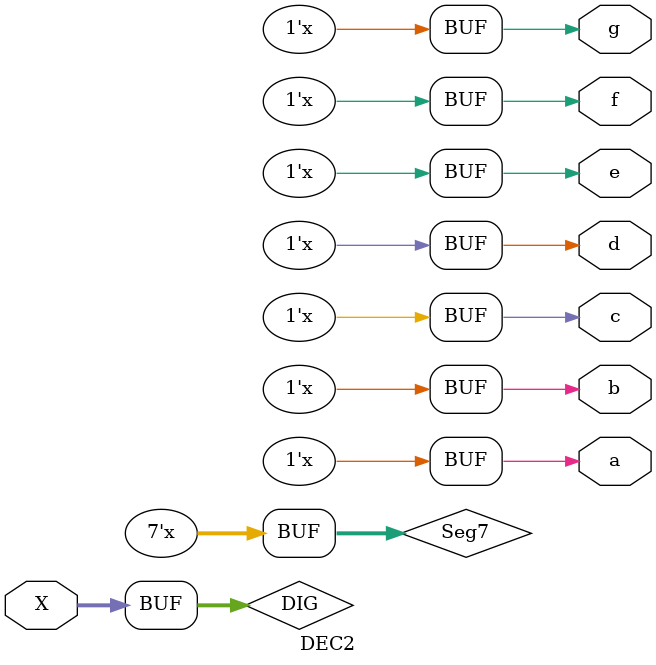
<source format=v>
module DEC2 (X,a,b,c,d,e,f,g);
input [3:0] X;
output reg a,b,c,d,e,f,g;

reg [0:6] Seg7;
reg [3:0] DIG;

always @ (DIG) begin
 case (DIG)
 4'b0000: Seg7 = 7'b0110000;
 4'b0001: Seg7 = 7'b0111001;
 4'b0010: Seg7 = 7'b0111001;
 4'b0011: Seg7 = 7'b1000100;
 4'b0100: Seg7 = 7'b1111111;
 4'b0101: Seg7 = 7'b1111111;
 4'b0110: Seg7 = 7'b1001000;
 4'b0111: Seg7 = 7'b1111110;
 4'b1000: Seg7 = 7'b0001001;
 4'b1001: Seg7 = 7'b0001000;
 4'b1010: Seg7 = 7'b0100100;
 4'b1011: Seg7 = 7'b1111111;
 4'b1100: Seg7 = 7'b1111111;
 4'b1101: Seg7 = 7'b1111111;
 4'b1110: Seg7 = 7'b1111111;
 4'b1111: Seg7 = 7'b0001001;
 default: Seg7 = 7'bxxxxxxx;
 
 endcase
 
 DIG = {X};
 {a,b,c,d,e,f,g} = Seg7;
 end
 endmodule
</source>
